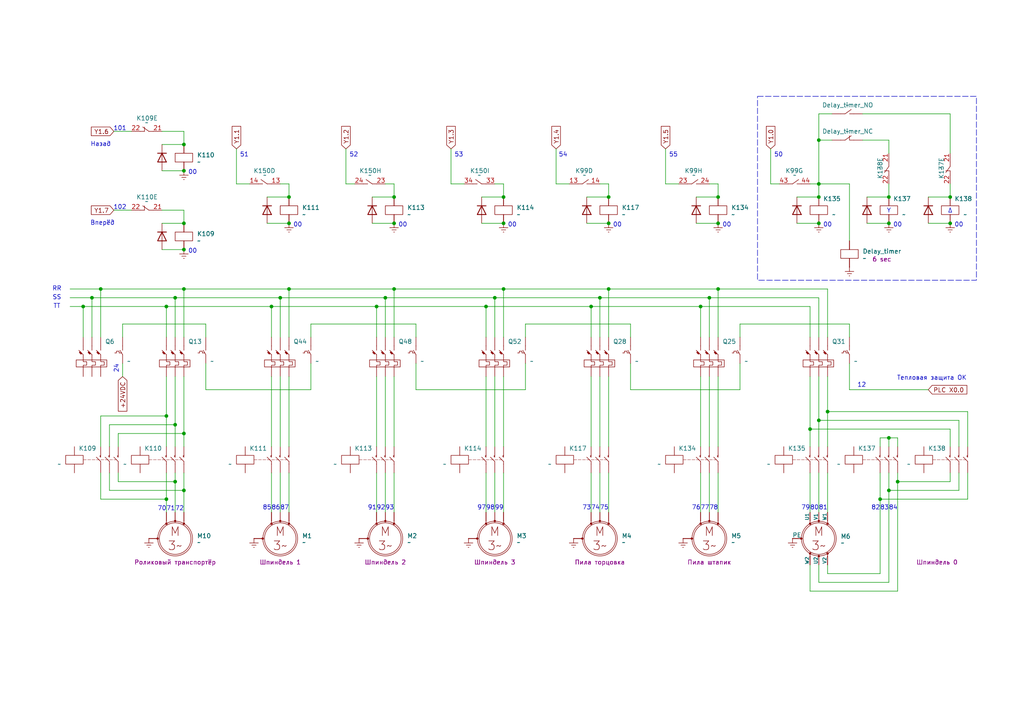
<source format=kicad_sch>
(kicad_sch (version 20231120) (generator "eeschema") (generator_version "8.0")
  (paper "A4")
  (title_block (title "Okoma") (date "08/2024") (rev "1.0"))
  (lib_symbols
    (symbol "001:Button NO" (pin_numbers hide) (pin_names (offset 0) hide)
      (property "Reference" "S" (at -0.508 0.762 0))
      (symbol "Button NO_0_1"
        (polyline (pts (xy -2.54 -2.54) (xy -1.27 -2.54)))
        (polyline (pts (xy -1.27 -2.54) (xy 0.508 -1.27)))
        (polyline (pts (xy 1.27 -2.54) (xy 0 -2.54)))
      )
      (symbol "Button NO_1_1"
        (pin bidirectional line (at -5.08 -2.54 0) (length 2.54) (name "") (number "1"))
        (pin bidirectional line (at 3.81 -2.54 180) (length 2.54) (name "") (number "2"))
      )
    )
    (symbol "001:Button_NC" (pin_numbers hide) (pin_names (offset 0) hide)
      (property "Reference" "S" (at -0.508 0.762 0))
      (symbol "Button_NC_0_1"
        (polyline (pts (xy -2.54 -2.54) (xy -1.27 -2.54)))
        (polyline (pts (xy -1.27 -2.54) (xy 0.508 -1.27)))
        (polyline (pts (xy 1.27 -2.54) (xy 0 -2.54) (xy 0 -1.27)))
      )
      (symbol "Button_NC_1_1"
        (pin bidirectional line (at -5.08 -2.54 0) (length 2.54) (name "") (number "1"))
        (pin bidirectional line (at 3.81 -2.54 180) (length 2.54) (name "") (number "2"))
      )
    )
    (symbol "001:Circuit_Breaker_RST+NO" (pin_numbers hide) (pin_names (offset 0) hide)
      (property "Reference" "QF" (at -2.54 0 0))
      (symbol "Circuit_Breaker_RST+NO_0_1"
        (rectangle (start -2.032 -2.794) (end 6.858 -4.826))
        (polyline (pts (xy 0 -1.27) (xy -1.27 0)))
        (polyline (pts (xy 0 1.27) (xy 0 0)))
        (polyline (pts (xy 2.54 -1.27) (xy 1.27 0)))
        (polyline (pts (xy 2.54 1.27) (xy 2.54 0)))
        (polyline (pts (xy 5.08 -1.27) (xy 3.81 0)))
        (polyline (pts (xy 5.08 1.27) (xy 5.08 0)))
        (polyline (pts (xy 11.43 -1.27) (xy 10.668 0)))
        (polyline (pts (xy 11.43 1.27) (xy 11.43 0)))
        (polyline (pts (xy -0.889 -0.381) (xy -1.143 -0.635) (xy -0.635 -1.143) (xy -0.381 -0.889) (xy -0.889 -0.381)) (fill (type outline)))
        (polyline (pts (xy 1.651 -0.381) (xy 1.397 -0.635) (xy 1.905 -1.143) (xy 2.159 -0.889) (xy 1.651 -0.381)) (fill (type outline)))
        (polyline (pts (xy 4.191 -0.381) (xy 3.937 -0.635) (xy 4.445 -1.143) (xy 4.699 -0.889) (xy 4.191 -0.381)) (fill (type outline)))
        (polyline (pts (xy 0 -1.27) (xy 0 -3.302) (xy 1.016 -3.302) (xy 1.016 -4.318) (xy 0 -4.318) (xy 0 -5.08)))
        (polyline (pts (xy 2.54 -1.27) (xy 2.54 -3.302) (xy 3.556 -3.302) (xy 3.556 -4.318) (xy 2.54 -4.318) (xy 2.54 -5.08)))
        (polyline (pts (xy 5.08 -1.27) (xy 5.08 -3.302) (xy 6.096 -3.302) (xy 6.096 -4.318) (xy 5.08 -4.318) (xy 5.08 -5.08)))
        (polyline (pts (xy 11.176 -0.762) (xy 10.414 -0.762) (xy 10.414 -0.254) (xy 9.652 -0.254) (xy 9.652 -0.762) (xy 9.144 -0.762)))
      )
      (symbol "Circuit_Breaker_RST+NO_1_1"
        (pin bidirectional line (at 0 3.81 270) (length 2.54) (name "") (number "1"))
        (pin bidirectional line (at 2.54 3.81 270) (length 2.54) (name "") (number "1"))
        (pin bidirectional line (at 5.08 3.81 270) (length 2.54) (name "") (number "1"))
        (pin bidirectional line (at 11.43 3.81 270) (length 2.54) (name "") (number "1"))
        (pin bidirectional line (at 0 -7.62 90) (length 2.54) (name "") (number "2"))
        (pin bidirectional line (at 2.54 -7.62 90) (length 2.54) (name "") (number "2"))
        (pin bidirectional line (at 5.08 -7.62 90) (length 2.54) (name "") (number "2"))
        (pin bidirectional line (at 11.43 -3.81 90) (length 2.54) (name "") (number "2"))
      )
    )
    (symbol "001:Contactor_RST" (pin_numbers hide) (pin_names (offset 0) hide)
      (property "Reference" "KM" (at -5.08 2.54 0))
      (symbol "Contactor_RST_0_1"
        (rectangle (start -10.16 1.27) (end -5.08 -1.27))
        (polyline (pts (xy -5.08 0) (xy 4.572 0)) (stroke (width 0.0762) (type dash)))
        (polyline (pts (xy 0 -1.27) (xy 0 -0.508)))
        (polyline (pts (xy 0 -0.508) (xy -1.27 0.762)))
        (polyline (pts (xy 0 1.27) (xy 0 0.762)))
        (polyline (pts (xy 2.54 -1.27) (xy 2.54 -0.508)))
        (polyline (pts (xy 2.54 -0.508) (xy 1.27 0.762)))
        (polyline (pts (xy 2.54 1.27) (xy 2.54 0.762)))
        (polyline (pts (xy 5.08 -1.27) (xy 5.08 -0.508)))
        (polyline (pts (xy 5.08 -0.508) (xy 3.81 0.762)))
        (polyline (pts (xy 5.08 1.27) (xy 5.08 0.762)))
        (arc (start 0.0011 1.2382) (mid -0.2222 1.016) (end 0.0011 0.7937))
        (arc (start 2.5411 1.2382) (mid 2.3178 1.016) (end 2.5411 0.7937))
        (arc (start 5.0811 1.2382) (mid 4.8578 1.016) (end 5.0811 0.7937))
      )
      (symbol "Contactor_RST_1_1"
        (pin bidirectional line (at -7.62 -3.81 90) (length 2.54) (name "") (number ""))
        (pin bidirectional line (at -7.62 3.81 270) (length 2.54) (name "") (number ""))
        (pin bidirectional line (at 0 3.81 270) (length 2.54) (name "") (number "1"))
        (pin bidirectional line (at 2.54 3.81 270) (length 2.54) (name "") (number "1"))
        (pin bidirectional line (at 5.08 3.81 270) (length 2.54) (name "") (number "1"))
        (pin bidirectional line (at 0 -3.81 90) (length 2.54) (name "") (number "2"))
        (pin bidirectional line (at 2.54 -3.81 90) (length 2.54) (name "") (number "2"))
        (pin bidirectional line (at 5.08 -3.81 90) (length 2.54) (name "") (number "2"))
      )
    )
    (symbol "001:K_Contact" (pin_names (offset 0))
      (property "Reference" "K" (at 0 0 0))
      (symbol "K_Contact_0_1"
        (polyline (pts (xy -2.54 -2.54) (xy -1.27 -2.54)))
        (polyline (pts (xy -1.27 -2.54) (xy 0.508 -1.27)))
        (polyline (pts (xy 1.27 -2.54) (xy 0 -2.54)))
      )
      (symbol "K_Contact_1_1"
        (pin bidirectional line (at -5.08 -2.54 0) (length 2.54) (name "") (number "1"))
        (pin bidirectional line (at 3.81 -2.54 180) (length 2.54) (name "") (number "2"))
      )
      (symbol "K_Contact_2_1"
        (pin bidirectional line (at -5.08 -2.54 0) (length 2.54) (name "") (number "3"))
        (pin bidirectional line (at 3.81 -2.54 180) (length 2.54) (name "") (number "4"))
      )
      (symbol "K_Contact_3_1"
        (pin bidirectional line (at -5.08 -2.54 0) (length 2.54) (name "") (number "5"))
        (pin bidirectional line (at 3.81 -2.54 180) (length 2.54) (name "") (number "6"))
      )
      (symbol "K_Contact_4_1"
        (pin bidirectional line (at -5.08 -2.54 0) (length 2.54) (name "") (number "13"))
        (pin bidirectional line (at 3.81 -2.54 180) (length 2.54) (name "") (number "14"))
      )
      (symbol "K_Contact_5_1"
        (polyline (pts (xy 0 -2.54) (xy 0 -1.27)))
        (pin bidirectional line (at -5.08 -2.54 0) (length 2.54) (name "") (number "21"))
        (pin bidirectional line (at 3.81 -2.54 180) (length 2.54) (name "") (number "22"))
      )
      (symbol "K_Contact_6_1"
        (polyline (pts (xy 0 -2.54) (xy 0 -1.27)))
        (pin bidirectional line (at -5.08 -2.54 0) (length 2.54) (name "") (number "31"))
        (pin bidirectional line (at 3.81 -2.54 180) (length 2.54) (name "") (number "32"))
      )
      (symbol "K_Contact_7_1"
        (pin bidirectional line (at -5.08 -2.54 0) (length 2.54) (name "") (number "43"))
        (pin bidirectional line (at 3.81 -2.54 180) (length 2.54) (name "") (number "44"))
      )
    )
    (symbol "001:K_Relay"
      (property "Reference" "K" (at 0 0 0))
      (symbol "K_Relay_0_1"
        (rectangle (start -2.54 1.27) (end 2.54 -1.27))
      )
      (symbol "K_Relay_1_1"
        (pin bidirectional line (at 0 -3.81 90) (length 2.54) (name "") (number ""))
        (pin bidirectional line (at 0 3.81 270) (length 2.54) (name "") (number ""))
      )
    )
    (symbol "001:Motor_asynch 3 wires" (pin_numbers hide) (pin_names (offset 0) hide)
      (property "Reference" "M" (at -7.62 6.35 0))
      (symbol "Motor_asynch 3 wires_0_1"
        (circle (center -5.08 0) (radius 0.254) (fill (type outline)))
        (circle (center -2.54 4.318) (radius 0.0001))
        (circle (center -2.54 4.318) (radius 0.254) (fill (type outline)))
        (polyline (pts (xy -2.54 5.08) (xy -2.54 4.318)))
        (polyline (pts (xy 2.54 5.08) (xy 2.54 4.318)))
        (circle (center 0 0) (radius 4.5791))
        (circle (center 0 0) (radius 5.0418))
        (circle (center 0 5.08) (radius 0.254) (fill (type outline)))
        (circle (center 2.54 4.318) (radius 0.254) (fill (type outline)))
      )
      (symbol "Motor_asynch 3 wires_1_1"
        (text "M\n3~" (at 0 0 0) (effects (font (size 2.54 2.54))))
        (pin bidirectional line (at -7.62 0 0) (length 2.54) (name "") (number "1"))
        (pin bidirectional line (at -2.54 7.62 270) (length 2.54) (name "") (number "1"))
        (pin bidirectional line (at 0 7.62 270) (length 2.54) (name "") (number "1"))
        (pin bidirectional line (at 2.54 7.62 270) (length 2.54) (name "") (number "1"))
      )
    )
    (symbol "001:Motor_asynch_6_wires" (pin_numbers hide) (pin_names (offset 0))
      (property "Reference" "M" (at -7.62 6.35 0))
      (symbol "Motor_asynch_6_wires_0_1"
        (circle (center -5.08 0) (radius 0.254) (fill (type outline)))
        (circle (center -2.54 -4.318) (radius 0.254) (fill (type outline)))
        (circle (center -2.54 4.318) (radius 0.0001))
        (circle (center -2.54 4.318) (radius 0.254) (fill (type outline)))
        (circle (center 0 -5.08) (radius 0.254) (fill (type outline)))
        (polyline (pts (xy -2.54 -5.334) (xy -2.54 -4.572)))
        (polyline (pts (xy -2.54 5.08) (xy -2.54 4.318)))
        (polyline (pts (xy 2.54 -5.334) (xy 2.54 -4.572)))
        (polyline (pts (xy 2.54 5.08) (xy 2.54 4.318)))
        (circle (center 0 0) (radius 4.5791))
        (circle (center 0 0) (radius 5.0418))
        (circle (center 0 5.08) (radius 0.254) (fill (type outline)))
        (circle (center 2.54 -4.572) (radius 0.0001))
        (circle (center 2.54 -4.318) (radius 0.254) (fill (type outline)))
        (circle (center 2.54 4.318) (radius 0.254) (fill (type outline)))
      )
      (symbol "Motor_asynch_6_wires_1_1"
        (text "M\n3~" (at 0 0 0) (effects (font (size 2.54 2.54))))
        (pin bidirectional line (at -2.54 7.62 270) (length 2.54) (name "U1") (number "1"))
        (pin bidirectional line (at 0 7.62 270) (length 2.54) (name "V1") (number "2"))
        (pin bidirectional line (at 2.54 7.62 270) (length 2.54) (name "W1") (number "3"))
        (pin bidirectional line (at -2.54 -7.62 90) (length 2.54) (name "W2") (number "4"))
        (pin bidirectional line (at 0 -7.62 90) (length 2.54) (name "U2") (number "5"))
        (pin bidirectional line (at 2.54 -7.62 90) (length 2.54) (name "V2") (number "6"))
        (pin bidirectional line (at -7.62 0 0) (length 2.54) (name "PE") (number "7"))
      )
    )
    (symbol "Device:D" (pin_numbers hide) (pin_names (offset 1.016) hide)
      (property "Reference" "D" (at 0 2.54 0))
      (property "Value" "D" (at 0 -2.54 0))
      (symbol "D_0_1"
        (polyline (pts (xy -1.27 1.27) (xy -1.27 -1.27)) (stroke (width 0.254)))
        (polyline (pts (xy 1.27 0) (xy -1.27 0)))
        (polyline (pts (xy 1.27 1.27) (xy 1.27 -1.27) (xy -1.27 0) (xy 1.27 1.27)) (stroke (width 0.254)))
      )
      (symbol "D_1_1"
        (pin passive line (at -3.81 0 0) (length 2.54) (name "K") (number "1"))
        (pin passive line (at 3.81 0 180) (length 2.54) (name "A") (number "2"))
      )
    )
    (symbol "K_Contact_1" (pin_names (offset 0))
      (property "Reference" "K" (at 0 0 0))
      (symbol "K_Contact_1_0_1"
        (polyline (pts (xy -2.54 -2.54) (xy -1.27 -2.54)))
        (polyline (pts (xy -1.27 -2.54) (xy 0.508 -1.27)))
        (polyline (pts (xy 1.27 -2.54) (xy 0 -2.54)))
      )
      (symbol "K_Contact_1_1_1"
        (pin bidirectional line (at -5.08 -2.54 0) (length 2.54) (name "") (number "1"))
        (pin bidirectional line (at 3.81 -2.54 180) (length 2.54) (name "") (number "2"))
      )
      (symbol "K_Contact_1_2_1"
        (pin bidirectional line (at -5.08 -2.54 0) (length 2.54) (name "") (number "3"))
        (pin bidirectional line (at 3.81 -2.54 180) (length 2.54) (name "") (number "4"))
      )
      (symbol "K_Contact_1_3_1"
        (pin bidirectional line (at -5.08 -2.54 0) (length 2.54) (name "") (number "5"))
        (pin bidirectional line (at 3.81 -2.54 180) (length 2.54) (name "") (number "6"))
      )
      (symbol "K_Contact_1_4_1"
        (pin bidirectional line (at -5.08 -2.54 0) (length 2.54) (name "") (number "13"))
        (pin bidirectional line (at 3.81 -2.54 180) (length 2.54) (name "") (number "14"))
      )
      (symbol "K_Contact_1_5_1"
        (polyline (pts (xy 0 -2.54) (xy 0 -1.27)))
        (pin bidirectional line (at -5.08 -2.54 0) (length 2.54) (name "") (number "21"))
        (pin bidirectional line (at 3.81 -2.54 180) (length 2.54) (name "") (number "22"))
      )
      (symbol "K_Contact_1_6_1"
        (polyline (pts (xy 0 -2.54) (xy 0 -1.27)))
        (pin bidirectional line (at -5.08 -2.54 0) (length 2.54) (name "") (number "31"))
        (pin bidirectional line (at 3.81 -2.54 180) (length 2.54) (name "") (number "32"))
      )
      (symbol "K_Contact_1_7_1"
        (pin bidirectional line (at -5.08 -2.54 0) (length 2.54) (name "") (number "43"))
        (pin bidirectional line (at 3.81 -2.54 180) (length 2.54) (name "") (number "44"))
      )
      (symbol "K_Contact_1_8_1"
        (pin bidirectional line (at -5.08 -2.54 0) (length 2.54) (name "") (number "23"))
        (pin bidirectional line (at 3.81 -2.54 180) (length 2.54) (name "") (number "24"))
      )
      (symbol "K_Contact_1_9_1"
        (pin bidirectional line (at -5.08 -2.54 0) (length 2.54) (name "") (number "33"))
        (pin bidirectional line (at 3.81 -2.54 180) (length 2.54) (name "") (number "34"))
      )
    )
    (symbol "K_Contact_2" (pin_names (offset 0))
      (property "Reference" "K" (at 0 0 0))
      (symbol "K_Contact_2_0_1"
        (polyline (pts (xy -2.54 -2.54) (xy -1.27 -2.54)))
        (polyline (pts (xy -1.27 -2.54) (xy 0.508 -1.27)))
        (polyline (pts (xy 1.27 -2.54) (xy 0 -2.54)))
      )
      (symbol "K_Contact_2_1_1"
        (pin bidirectional line (at -5.08 -2.54 0) (length 2.54) (name "") (number "1"))
        (pin bidirectional line (at 3.81 -2.54 180) (length 2.54) (name "") (number "2"))
      )
      (symbol "K_Contact_2_2_1"
        (pin bidirectional line (at -5.08 -2.54 0) (length 2.54) (name "") (number "3"))
        (pin bidirectional line (at 3.81 -2.54 180) (length 2.54) (name "") (number "4"))
      )
      (symbol "K_Contact_2_3_1"
        (pin bidirectional line (at -5.08 -2.54 0) (length 2.54) (name "") (number "5"))
        (pin bidirectional line (at 3.81 -2.54 180) (length 2.54) (name "") (number "6"))
      )
      (symbol "K_Contact_2_4_1"
        (pin bidirectional line (at -5.08 -2.54 0) (length 2.54) (name "") (number "13"))
        (pin bidirectional line (at 3.81 -2.54 180) (length 2.54) (name "") (number "14"))
      )
      (symbol "K_Contact_2_5_1"
        (polyline (pts (xy 0 -2.54) (xy 0 -1.27)))
        (pin bidirectional line (at -5.08 -2.54 0) (length 2.54) (name "") (number "21"))
        (pin bidirectional line (at 3.81 -2.54 180) (length 2.54) (name "") (number "22"))
      )
      (symbol "K_Contact_2_6_1"
        (polyline (pts (xy 0 -2.54) (xy 0 -1.27)))
        (pin bidirectional line (at -5.08 -2.54 0) (length 2.54) (name "") (number "31"))
        (pin bidirectional line (at 3.81 -2.54 180) (length 2.54) (name "") (number "32"))
      )
      (symbol "K_Contact_2_7_1"
        (pin bidirectional line (at -5.08 -2.54 0) (length 2.54) (name "") (number "43"))
        (pin bidirectional line (at 3.81 -2.54 180) (length 2.54) (name "") (number "44"))
      )
      (symbol "K_Contact_2_8_1"
        (pin bidirectional line (at -5.08 -2.54 0) (length 2.54) (name "") (number "23"))
        (pin bidirectional line (at 3.81 -2.54 180) (length 2.54) (name "") (number "24"))
      )
      (symbol "K_Contact_2_9_1"
        (pin bidirectional line (at -5.08 -2.54 0) (length 2.54) (name "") (number "33"))
        (pin bidirectional line (at 3.81 -2.54 180) (length 2.54) (name "") (number "34"))
      )
    )
    (symbol "K_Contact_3" (pin_names (offset 0))
      (property "Reference" "K" (at 0 0 0))
      (symbol "K_Contact_3_0_1"
        (polyline (pts (xy -2.54 -2.54) (xy -1.27 -2.54)))
        (polyline (pts (xy -1.27 -2.54) (xy 0.508 -1.27)))
        (polyline (pts (xy 1.27 -2.54) (xy 0 -2.54)))
      )
      (symbol "K_Contact_3_1_1"
        (pin bidirectional line (at -5.08 -2.54 0) (length 2.54) (name "") (number "1"))
        (pin bidirectional line (at 3.81 -2.54 180) (length 2.54) (name "") (number "2"))
      )
      (symbol "K_Contact_3_2_1"
        (pin bidirectional line (at -5.08 -2.54 0) (length 2.54) (name "") (number "3"))
        (pin bidirectional line (at 3.81 -2.54 180) (length 2.54) (name "") (number "4"))
      )
      (symbol "K_Contact_3_3_1"
        (pin bidirectional line (at -5.08 -2.54 0) (length 2.54) (name "") (number "5"))
        (pin bidirectional line (at 3.81 -2.54 180) (length 2.54) (name "") (number "6"))
      )
      (symbol "K_Contact_3_4_1"
        (pin bidirectional line (at -5.08 -2.54 0) (length 2.54) (name "") (number "13"))
        (pin bidirectional line (at 3.81 -2.54 180) (length 2.54) (name "") (number "14"))
      )
      (symbol "K_Contact_3_5_1"
        (polyline (pts (xy 0 -2.54) (xy 0 -1.27)))
        (pin bidirectional line (at -5.08 -2.54 0) (length 2.54) (name "") (number "21"))
        (pin bidirectional line (at 3.81 -2.54 180) (length 2.54) (name "") (number "22"))
      )
      (symbol "K_Contact_3_6_1"
        (polyline (pts (xy 0 -2.54) (xy 0 -1.27)))
        (pin bidirectional line (at -5.08 -2.54 0) (length 2.54) (name "") (number "31"))
        (pin bidirectional line (at 3.81 -2.54 180) (length 2.54) (name "") (number "32"))
      )
      (symbol "K_Contact_3_7_1"
        (pin bidirectional line (at -5.08 -2.54 0) (length 2.54) (name "") (number "43"))
        (pin bidirectional line (at 3.81 -2.54 180) (length 2.54) (name "") (number "44"))
      )
      (symbol "K_Contact_3_8_1"
        (pin bidirectional line (at -5.08 -2.54 0) (length 2.54) (name "") (number "23"))
        (pin bidirectional line (at 3.81 -2.54 180) (length 2.54) (name "") (number "24"))
      )
      (symbol "K_Contact_3_9_1"
        (pin bidirectional line (at -5.08 -2.54 0) (length 2.54) (name "") (number "33"))
        (pin bidirectional line (at 3.81 -2.54 180) (length 2.54) (name "") (number "34"))
      )
    )
    (symbol "power:Earth" (power) (pin_numbers hide) (pin_names (offset 0) hide)
      (property "Value" "Earth" (at 0 -3.81 0))
      (symbol "Earth_0_1"
        (polyline (pts (xy -0.635 -1.905) (xy 0.635 -1.905)))
        (polyline (pts (xy -0.127 -2.54) (xy 0.127 -2.54)))
        (polyline (pts (xy 0 -1.27) (xy 0 0)))
        (polyline (pts (xy 1.27 -1.27) (xy -1.27 -1.27)))
      )
      (symbol "Earth_1_1"
        (pin power_in line (at 0 0 270) (length 0) (name "~") (number "1"))
      )
    )
  )
  (junction (at 78.74 88.9))
  (junction (at 53.34 72.39))
  (junction (at 53.34 83.82))
  (junction (at 176.53 64.77))
  (junction (at 50.8 139.7))
  (junction (at 275.59 57.15))
  (junction (at 53.34 41.91))
  (junction (at 81.28 86.36))
  (junction (at 29.21 83.82))
  (junction (at 53.34 49.53))
  (junction (at 24.13 88.9))
  (junction (at 171.45 88.9))
  (junction (at 146.05 64.77))
  (junction (at 50.8 123.19))
  (junction (at 257.81 142.24))
  (junction (at 83.82 57.15))
  (junction (at 176.53 57.15))
  (junction (at 50.8 86.36))
  (junction (at 237.49 53.34))
  (junction (at 53.34 142.24))
  (junction (at 208.28 57.15))
  (junction (at 48.26 120.65))
  (junction (at 257.81 64.77))
  (junction (at 140.97 88.9))
  (junction (at 237.49 40.64))
  (junction (at 83.82 83.82))
  (junction (at 260.35 139.7))
  (junction (at 114.3 57.15))
  (junction (at 114.3 64.77))
  (junction (at 48.26 144.78))
  (junction (at 208.28 64.77))
  (junction (at 146.05 83.82))
  (junction (at 203.2 88.9))
  (junction (at 255.27 144.78))
  (junction (at 237.49 121.92))
  (junction (at 176.53 83.82))
  (junction (at 257.81 57.15))
  (junction (at 237.49 64.77))
  (junction (at 146.05 57.15))
  (junction (at 53.34 64.77))
  (junction (at 240.03 119.38))
  (junction (at 143.51 86.36))
  (junction (at 205.74 86.36))
  (junction (at 257.81 127))
  (junction (at 26.67 86.36))
  (junction (at 173.99 86.36))
  (junction (at 234.95 124.46))
  (junction (at 48.26 88.9))
  (junction (at 208.28 83.82))
  (junction (at 109.22 88.9))
  (junction (at 53.34 125.73))
  (junction (at 237.49 57.15))
  (junction (at 83.82 64.77))
  (junction (at 111.76 86.36))
  (junction (at 275.59 64.77))
  (junction (at 114.3 83.82))
  (wire (pts (xy 269.24 64.77) (xy 275.59 64.77)))
  (wire (pts (xy 78.74 88.9) (xy 109.22 88.9)))
  (wire (pts (xy 205.74 109.22) (xy 205.74 129.54)))
  (wire (pts (xy 223.52 53.34) (xy 226.06 53.34)))
  (wire (pts (xy 234.95 88.9) (xy 234.95 97.79)))
  (wire (pts (xy 146.05 83.82) (xy 176.53 83.82)))
  (wire (pts (xy 205.74 97.79) (xy 205.74 86.36)))
  (wire (pts (xy 31.75 129.54) (xy 31.75 123.19)))
  (wire (pts (xy 33.02 38.1) (xy 38.1 38.1)))
  (wire (pts (xy 152.4 113.03) (xy 152.4 105.41)))
  (wire (pts (xy 46.99 64.77) (xy 53.34 64.77)))
  (wire (pts (xy 255.27 166.37) (xy 240.03 166.37)))
  (wire (pts (xy 109.22 137.16) (xy 109.22 148.59)))
  (wire (pts (xy 107.95 64.77) (xy 114.3 64.77)))
  (wire (pts (xy 246.38 93.98) (xy 246.38 97.79)))
  (wire (pts (xy 237.49 40.64) (xy 237.49 53.34)))
  (wire (pts (xy 205.74 53.34) (xy 208.28 53.34)))
  (wire (pts (xy 146.05 83.82) (xy 146.05 97.79)))
  (wire (pts (xy 29.21 120.65) (xy 48.26 120.65)))
  (wire (pts (xy 48.26 109.22) (xy 48.26 120.65)))
  (wire (pts (xy 182.88 93.98) (xy 182.88 97.79)))
  (wire (pts (xy 140.97 109.22) (xy 140.97 129.54)))
  (wire (pts (xy 182.88 113.03) (xy 214.63 113.03)))
  (wire (pts (xy 223.52 43.18) (xy 223.52 53.34)))
  (wire (pts (xy 237.49 168.91) (xy 257.81 168.91)))
  (wire (pts (xy 77.47 57.15) (xy 83.82 57.15)))
  (wire (pts (xy 31.75 142.24) (xy 53.34 142.24)))
  (wire (pts (xy 240.03 119.38) (xy 240.03 129.54)))
  (wire (pts (xy 31.75 137.16) (xy 31.75 142.24)))
  (wire (pts (xy 143.51 109.22) (xy 143.51 129.54)))
  (wire (pts (xy 140.97 88.9) (xy 171.45 88.9)))
  (wire (pts (xy 139.7 64.77) (xy 146.05 64.77)))
  (wire (pts (xy 34.29 129.54) (xy 34.29 125.73)))
  (wire (pts (xy 234.95 53.34) (xy 237.49 53.34)))
  (wire (pts (xy 120.65 113.03) (xy 152.4 113.03)))
  (wire (pts (xy 81.28 109.22) (xy 81.28 129.54)))
  (wire (pts (xy 240.03 137.16) (xy 240.03 148.59)))
  (wire (pts (xy 50.8 109.22) (xy 50.8 123.19)))
  (wire (pts (xy 146.05 109.22) (xy 146.05 129.54)))
  (wire (pts (xy 203.2 88.9) (xy 203.2 97.79)))
  (wire (pts (xy 257.81 137.16) (xy 257.81 142.24)))
  (wire (pts (xy 171.45 88.9) (xy 203.2 88.9)))
  (wire (pts (xy 53.34 38.1) (xy 53.34 41.91)))
  (wire (pts (xy 234.95 171.45) (xy 234.95 163.83)))
  (wire (pts (xy 78.74 137.16) (xy 78.74 148.59)))
  (wire (pts (xy 208.28 83.82) (xy 240.03 83.82)))
  (wire (pts (xy 280.67 137.16) (xy 280.67 144.78)))
  (wire (pts (xy 193.04 43.18) (xy 193.04 53.34)))
  (wire (pts (xy 34.29 139.7) (xy 50.8 139.7)))
  (wire (pts (xy 173.99 53.34) (xy 176.53 53.34)))
  (wire (pts (xy 35.56 97.79) (xy 35.56 93.98)))
  (wire (pts (xy 48.26 88.9) (xy 78.74 88.9)))
  (wire (pts (xy 24.13 88.9) (xy 24.13 97.79)))
  (wire (pts (xy 111.76 86.36) (xy 143.51 86.36)))
  (wire (pts (xy 50.8 86.36) (xy 81.28 86.36)))
  (wire (pts (xy 31.75 123.19) (xy 50.8 123.19)))
  (wire (pts (xy 246.38 69.85) (xy 246.38 53.34)))
  (wire (pts (xy 237.49 163.83) (xy 237.49 168.91)))
  (wire (pts (xy 29.21 83.82) (xy 53.34 83.82)))
  (wire (pts (xy 152.4 97.79) (xy 152.4 93.98)))
  (wire (pts (xy 53.34 125.73) (xy 53.34 129.54)))
  (wire (pts (xy 269.24 57.15) (xy 275.59 57.15)))
  (wire (pts (xy 173.99 109.22) (xy 173.99 129.54)))
  (wire (pts (xy 53.34 142.24) (xy 53.34 148.59)))
  (wire (pts (xy 246.38 53.34) (xy 237.49 53.34)))
  (wire (pts (xy 120.65 105.41) (xy 120.65 113.03)))
  (wire (pts (xy 250.19 40.64) (xy 257.81 40.64)))
  (wire (pts (xy 237.49 53.34) (xy 237.49 57.15)))
  (wire (pts (xy 111.76 109.22) (xy 111.76 129.54)))
  (wire (pts (xy 173.99 86.36) (xy 205.74 86.36)))
  (wire (pts (xy 29.21 144.78) (xy 48.26 144.78)))
  (wire (pts (xy 46.99 72.39) (xy 53.34 72.39)))
  (wire (pts (xy 275.59 129.54) (xy 275.59 124.46)))
  (wire (pts (xy 143.51 86.36) (xy 173.99 86.36)))
  (wire (pts (xy 29.21 83.82) (xy 29.21 97.79)))
  (wire (pts (xy 260.35 139.7) (xy 260.35 171.45)))
  (wire (pts (xy 90.17 97.79) (xy 90.17 93.98)))
  (wire (pts (xy 255.27 144.78) (xy 280.67 144.78)))
  (wire (pts (xy 182.88 105.41) (xy 182.88 113.03)))
  (wire (pts (xy 231.14 57.15) (xy 237.49 57.15)))
  (wire (pts (xy 46.99 49.53) (xy 53.34 49.53)))
  (wire (pts (xy 20.32 88.9) (xy 24.13 88.9)))
  (wire (pts (xy 53.34 83.82) (xy 83.82 83.82)))
  (wire (pts (xy 255.27 137.16) (xy 255.27 144.78)))
  (wire (pts (xy 140.97 137.16) (xy 140.97 148.59)))
  (wire (pts (xy 257.81 142.24) (xy 257.81 168.91)))
  (wire (pts (xy 176.53 109.22) (xy 176.53 129.54)))
  (wire (pts (xy 100.33 43.18) (xy 100.33 53.34)))
  (wire (pts (xy 171.45 109.22) (xy 171.45 129.54)))
  (wire (pts (xy 35.56 93.98) (xy 59.69 93.98)))
  (wire (pts (xy 83.82 83.82) (xy 83.82 97.79)))
  (wire (pts (xy 208.28 53.34) (xy 208.28 57.15)))
  (wire (pts (xy 109.22 88.9) (xy 140.97 88.9)))
  (wire (pts (xy 203.2 137.16) (xy 203.2 148.59)))
  (wire (pts (xy 208.28 83.82) (xy 208.28 97.79)))
  (wire (pts (xy 48.26 120.65) (xy 48.26 129.54)))
  (wire (pts (xy 241.3 40.64) (xy 237.49 40.64)))
  (wire (pts (xy 68.58 43.18) (xy 68.58 53.34)))
  (wire (pts (xy 83.82 109.22) (xy 83.82 129.54)))
  (wire (pts (xy 203.2 109.22) (xy 203.2 129.54)))
  (wire (pts (xy 146.05 53.34) (xy 146.05 57.15)))
  (wire (pts (xy 173.99 137.16) (xy 173.99 148.59)))
  (wire (pts (xy 278.13 121.92) (xy 237.49 121.92)))
  (wire (pts (xy 59.69 93.98) (xy 59.69 97.79)))
  (wire (pts (xy 143.51 53.34) (xy 146.05 53.34)))
  (wire (pts (xy 260.35 139.7) (xy 275.59 139.7)))
  (wire (pts (xy 278.13 137.16) (xy 278.13 142.24)))
  (wire (pts (xy 78.74 109.22) (xy 78.74 129.54)))
  (wire (pts (xy 208.28 109.22) (xy 208.28 129.54)))
  (wire (pts (xy 109.22 88.9) (xy 109.22 97.79)))
  (wire (pts (xy 237.49 121.92) (xy 237.49 129.54)))
  (wire (pts (xy 59.69 113.03) (xy 90.17 113.03)))
  (wire (pts (xy 176.53 53.34) (xy 176.53 57.15)))
  (wire (pts (xy 78.74 88.9) (xy 78.74 97.79)))
  (wire (pts (xy 237.49 33.02) (xy 237.49 40.64)))
  (wire (pts (xy 53.34 109.22) (xy 53.34 125.73)))
  (wire (pts (xy 170.18 64.77) (xy 176.53 64.77)))
  (wire (pts (xy 143.51 137.16) (xy 143.51 148.59)))
  (wire (pts (xy 171.45 137.16) (xy 171.45 148.59)))
  (wire (pts (xy 257.81 127) (xy 260.35 127)))
  (wire (pts (xy 203.2 88.9) (xy 234.95 88.9)))
  (wire (pts (xy 46.99 60.96) (xy 53.34 60.96)))
  (wire (pts (xy 114.3 53.34) (xy 114.3 57.15)))
  (wire (pts (xy 152.4 93.98) (xy 182.88 93.98)))
  (wire (pts (xy 280.67 129.54) (xy 280.67 119.38)))
  (wire (pts (xy 269.24 113.03) (xy 246.38 113.03)))
  (wire (pts (xy 234.95 109.22) (xy 234.95 124.46)))
  (wire (pts (xy 26.67 86.36) (xy 50.8 86.36)))
  (wire (pts (xy 173.99 97.79) (xy 173.99 86.36)))
  (wire (pts (xy 275.59 53.34) (xy 275.59 57.15)))
  (wire (pts (xy 260.35 171.45) (xy 234.95 171.45)))
  (wire (pts (xy 255.27 129.54) (xy 255.27 127)))
  (wire (pts (xy 171.45 88.9) (xy 171.45 97.79)))
  (wire (pts (xy 176.53 83.82) (xy 208.28 83.82)))
  (wire (pts (xy 176.53 83.82) (xy 176.53 97.79)))
  (wire (pts (xy 100.33 53.34) (xy 102.87 53.34)))
  (wire (pts (xy 50.8 86.36) (xy 50.8 97.79)))
  (wire (pts (xy 111.76 53.34) (xy 114.3 53.34)))
  (wire (pts (xy 48.26 144.78) (xy 48.26 148.59)))
  (wire (pts (xy 48.26 88.9) (xy 48.26 97.79)))
  (wire (pts (xy 109.22 109.22) (xy 109.22 129.54)))
  (wire (pts (xy 278.13 142.24) (xy 257.81 142.24)))
  (wire (pts (xy 255.27 127) (xy 257.81 127)))
  (wire (pts (xy 33.02 60.96) (xy 38.1 60.96)))
  (wire (pts (xy 234.95 124.46) (xy 234.95 129.54)))
  (wire (pts (xy 114.3 109.22) (xy 114.3 129.54)))
  (wire (pts (xy 20.32 83.82) (xy 29.21 83.82)))
  (wire (pts (xy 237.49 109.22) (xy 237.49 121.92)))
  (wire (pts (xy 234.95 137.16) (xy 234.95 148.59)))
  (wire (pts (xy 214.63 93.98) (xy 246.38 93.98)))
  (wire (pts (xy 255.27 144.78) (xy 255.27 166.37)))
  (wire (pts (xy 114.3 83.82) (xy 146.05 83.82)))
  (wire (pts (xy 140.97 88.9) (xy 140.97 97.79)))
  (wire (pts (xy 257.81 40.64) (xy 257.81 44.45)))
  (wire (pts (xy 120.65 93.98) (xy 120.65 97.79)))
  (wire (pts (xy 90.17 113.03) (xy 90.17 105.41)))
  (wire (pts (xy 241.3 33.02) (xy 237.49 33.02)))
  (wire (pts (xy 161.29 43.18) (xy 161.29 53.34)))
  (wire (pts (xy 81.28 86.36) (xy 81.28 97.79)))
  (wire (pts (xy 251.46 64.77) (xy 257.81 64.77)))
  (wire (pts (xy 46.99 41.91) (xy 53.34 41.91)))
  (wire (pts (xy 280.67 119.38) (xy 240.03 119.38)))
  (wire (pts (xy 48.26 137.16) (xy 48.26 144.78)))
  (wire (pts (xy 201.93 64.77) (xy 208.28 64.77)))
  (wire (pts (xy 240.03 163.83) (xy 240.03 166.37)))
  (wire (pts (xy 231.14 64.77) (xy 237.49 64.77)))
  (wire (pts (xy 240.03 83.82) (xy 240.03 97.79)))
  (wire (pts (xy 275.59 124.46) (xy 234.95 124.46)))
  (wire (pts (xy 130.81 53.34) (xy 134.62 53.34)))
  (wire (pts (xy 53.34 60.96) (xy 53.34 64.77)))
  (wire (pts (xy 46.99 38.1) (xy 53.34 38.1)))
  (wire (pts (xy 90.17 93.98) (xy 120.65 93.98)))
  (wire (pts (xy 53.34 83.82) (xy 53.34 97.79)))
  (wire (pts (xy 50.8 137.16) (xy 50.8 139.7)))
  (wire (pts (xy 143.51 86.36) (xy 143.51 97.79)))
  (wire (pts (xy 176.53 137.16) (xy 176.53 148.59)))
  (wire (pts (xy 29.21 137.16) (xy 29.21 144.78)))
  (wire (pts (xy 260.35 129.54) (xy 260.35 127)))
  (wire (pts (xy 214.63 93.98) (xy 214.63 97.79)))
  (wire (pts (xy 257.81 53.34) (xy 257.81 57.15)))
  (wire (pts (xy 257.81 127) (xy 257.81 129.54)))
  (wire (pts (xy 275.59 33.02) (xy 275.59 44.45)))
  (wire (pts (xy 81.28 137.16) (xy 81.28 148.59)))
  (wire (pts (xy 114.3 83.82) (xy 114.3 97.79)))
  (wire (pts (xy 205.74 86.36) (xy 237.49 86.36)))
  (wire (pts (xy 50.8 123.19) (xy 50.8 129.54)))
  (wire (pts (xy 278.13 129.54) (xy 278.13 121.92)))
  (wire (pts (xy 260.35 137.16) (xy 260.35 139.7)))
  (wire (pts (xy 237.49 137.16) (xy 237.49 148.59)))
  (wire (pts (xy 111.76 86.36) (xy 111.76 97.79)))
  (wire (pts (xy 34.29 137.16) (xy 34.29 139.7)))
  (wire (pts (xy 83.82 137.16) (xy 83.82 148.59)))
  (wire (pts (xy 107.95 57.15) (xy 114.3 57.15)))
  (wire (pts (xy 139.7 57.15) (xy 146.05 57.15)))
  (wire (pts (xy 35.56 109.22) (xy 35.56 105.41)))
  (wire (pts (xy 77.47 64.77) (xy 83.82 64.77)))
  (wire (pts (xy 237.49 97.79) (xy 237.49 86.36)))
  (wire (pts (xy 201.93 57.15) (xy 208.28 57.15)))
  (wire (pts (xy 161.29 53.34) (xy 165.1 53.34)))
  (wire (pts (xy 111.76 137.16) (xy 111.76 148.59)))
  (wire (pts (xy 275.59 137.16) (xy 275.59 139.7)))
  (wire (pts (xy 83.82 53.34) (xy 83.82 57.15)))
  (wire (pts (xy 81.28 86.36) (xy 111.76 86.36)))
  (wire (pts (xy 53.34 137.16) (xy 53.34 142.24)))
  (wire (pts (xy 146.05 137.16) (xy 146.05 148.59)))
  (wire (pts (xy 251.46 57.15) (xy 257.81 57.15)))
  (wire (pts (xy 34.29 125.73) (xy 53.34 125.73)))
  (wire (pts (xy 81.28 53.34) (xy 83.82 53.34)))
  (wire (pts (xy 246.38 113.03) (xy 246.38 105.41)))
  (wire (pts (xy 193.04 53.34) (xy 196.85 53.34)))
  (wire (pts (xy 114.3 137.16) (xy 114.3 148.59)))
  (wire (pts (xy 29.21 120.65) (xy 29.21 129.54)))
  (wire (pts (xy 68.58 53.34) (xy 72.39 53.34)))
  (wire (pts (xy 26.67 86.36) (xy 26.67 97.79)))
  (wire (pts (xy 240.03 109.22) (xy 240.03 119.38)))
  (wire (pts (xy 20.32 86.36) (xy 26.67 86.36)))
  (wire (pts (xy 59.69 105.41) (xy 59.69 113.03)))
  (wire (pts (xy 214.63 105.41) (xy 214.63 113.03)))
  (wire (pts (xy 208.28 137.16) (xy 208.28 148.59)))
  (wire (pts (xy 250.19 33.02) (xy 275.59 33.02)))
  (wire (pts (xy 83.82 83.82) (xy 114.3 83.82)))
  (wire (pts (xy 205.74 137.16) (xy 205.74 148.59)))
  (wire (pts (xy 50.8 139.7) (xy 50.8 148.59)))
  (wire (pts (xy 130.81 43.18) (xy 130.81 53.34)))
  (wire (pts (xy 170.18 57.15) (xy 176.53 57.15)))
  (wire (pts (xy 24.13 88.9) (xy 48.26 88.9)))
  (rectangle (start 219.71 27.94) (end 283.21 81.28) (stroke (width 0) (type dash)))
  (text "RR" (at 16.51 83.82 0) (effects (font (size 1.27 1.27))))
  (text "71" (at 49.53 147.574 0) (effects (font (size 1.27 1.27))))
  (text "00" (at 179.07 65.278 0) (effects (font (size 1.27 1.27))))
  (text "97" (at 139.7 147.32 0) (effects (font (size 1.27 1.27))))
  (text "00" (at 55.88 50.038 0) (effects (font (size 1.27 1.27))))
  (text "81" (at 238.76 147.32 0) (effects (font (size 1.27 1.27))))
  (text "00" (at 148.59 65.278 0) (effects (font (size 1.27 1.27))))
  (text "Y" (at 257.81 61.214 0) (effects (font (size 1.27 1.27))))
  (text "85" (at 77.47 147.32 0) (effects (font (size 1.27 1.27))))
  (text "82" (at 254 147.32 0) (effects (font (size 1.27 1.27))))
  (text "SS" (at 16.51 86.36 0) (effects (font (size 1.27 1.27))))
  (text "54" (at 163.322 44.958 0) (effects (font (size 1.27 1.27))))
  (text "TT" (at 16.51 88.9 0) (effects (font (size 1.27 1.27))))
  (text "00" (at 278.13 65.278 0) (effects (font (size 1.27 1.27))))
  (text "83" (at 256.54 147.32 0) (effects (font (size 1.27 1.27))))
  (text "24" (at 33.782 106.934 90) (effects (font (size 1.27 1.27))))
  (text "Тепловая защита OK" (at 270.256 109.728 0) (effects (font (size 1.27 1.27))))
  (text "87" (at 82.55 147.32 0) (effects (font (size 1.27 1.27))))
  (text "98" (at 142.24 147.32 0) (effects (font (size 1.27 1.27))))
  (text "93" (at 113.03 147.32 0) (effects (font (size 1.27 1.27))))
  (text "Δ" (at 275.59 61.214 0) (effects (font (size 1.27 1.27))))
  (text "91" (at 107.95 147.32 0) (effects (font (size 1.27 1.27))))
  (text "77" (at 204.47 147.32 0) (effects (font (size 1.27 1.27))))
  (text "73" (at 170.18 147.32 0) (effects (font (size 1.27 1.27))))
  (text "00" (at 55.88 72.898 0) (effects (font (size 1.27 1.27))))
  (text "55" (at 195.326 44.958 0) (effects (font (size 1.27 1.27))))
  (text "76" (at 201.93 147.32 0) (effects (font (size 1.27 1.27))))
  (text "52" (at 102.616 44.958 0) (effects (font (size 1.27 1.27))))
  (text "92" (at 110.49 147.32 0) (effects (font (size 1.27 1.27))))
  (text "84" (at 259.08 147.32 0) (effects (font (size 1.27 1.27))))
  (text "00" (at 210.82 65.278 0) (effects (font (size 1.27 1.27))))
  (text "~" (at 258.064 60.96 0) (effects (font (size 1.27 1.27))))
  (text "Назад" (at 29.21 41.91 0) (effects (font (size 1.27 1.27))))
  (text "Вперёд" (at 29.718 64.77 0) (effects (font (size 1.27 1.27))))
  (text "79" (at 233.68 147.32 0) (effects (font (size 1.27 1.27))))
  (text "70" (at 46.99 147.574 0) (effects (font (size 1.27 1.27))))
  (text "00" (at 260.35 65.278 0) (effects (font (size 1.27 1.27))))
  (text "102" (at 34.798 60.198 0) (effects (font (size 1.27 1.27))))
  (text "80" (at 236.22 147.32 0) (effects (font (size 1.27 1.27))))
  (text "78" (at 207.01 147.32 0) (effects (font (size 1.27 1.27))))
  (text "00" (at 240.03 65.278 0) (effects (font (size 1.27 1.27))))
  (text "50" (at 225.806 44.958 0) (effects (font (size 1.27 1.27))))
  (text "72" (at 52.07 147.574 0) (effects (font (size 1.27 1.27))))
  (text "53" (at 133.096 44.958 0) (effects (font (size 1.27 1.27))))
  (text "74" (at 172.72 147.32 0) (effects (font (size 1.27 1.27))))
  (text "99" (at 144.78 147.32 0) (effects (font (size 1.27 1.27))))
  (text "101" (at 34.798 37.338 0) (effects (font (size 1.27 1.27))))
  (text "86" (at 80.01 147.32 0) (effects (font (size 1.27 1.27))))
  (text "12" (at 249.936 111.76 0) (effects (font (size 1.27 1.27))))
  (text "51" (at 70.866 44.958 0) (effects (font (size 1.27 1.27))))
  (text "00" (at 86.36 65.278 0) (effects (font (size 1.27 1.27))))
  (text "75" (at 175.26 147.32 0) (effects (font (size 1.27 1.27))))
  (text "00" (at 116.84 65.278 0) (effects (font (size 1.27 1.27))))
  (global_label "+24VDC" (shape input) (at 35.56 109.22 270) (property "Intersheetrefs" "${INTERSHEET_REFS}" (effects (hide yes))))
  (global_label "Y1.6" (shape input) (at 33.02 38.1 180) (property "Intersheetrefs" "${INTERSHEET_REFS}" (effects (hide yes))))
  (global_label "Y1.0" (shape input) (at 223.52 43.18 90) (property "Intersheetrefs" "${INTERSHEET_REFS}" (effects (hide yes))))
  (global_label "Y1.3" (shape input) (at 130.81 43.18 90) (property "Intersheetrefs" "${INTERSHEET_REFS}" (effects (hide yes))))
  (global_label "Y1.7" (shape input) (at 33.02 60.96 180) (property "Intersheetrefs" "${INTERSHEET_REFS}" (effects (hide yes))))
  (global_label "PLC X0.0" (shape input) (at 269.24 113.03 0) (property "Intersheetrefs" "${INTERSHEET_REFS}" (effects (hide yes))))
  (global_label "Y1.2" (shape input) (at 100.33 43.18 90) (property "Intersheetrefs" "${INTERSHEET_REFS}" (effects (hide yes))))
  (global_label "Y1.4" (shape input) (at 161.29 43.18 90) (property "Intersheetrefs" "${INTERSHEET_REFS}" (effects (hide yes))))
  (global_label "Y1.1" (shape input) (at 68.58 43.18 90) (property "Intersheetrefs" "${INTERSHEET_REFS}" (effects (hide yes))))
  (global_label "Y1.5" (shape input) (at 193.04 43.18 90) (property "Intersheetrefs" "${INTERSHEET_REFS}" (effects (hide yes))))
  (symbol (lib_name "K_Contact_2") (lib_id "001:K_Contact") (at 201.93 50.8 0) (unit 8)
    (property "Reference" "K99" (at 201.168 49.53 0))
    (property "Value" "~" (at 201.295 50.8 0))
  )
  (symbol (lib_id "001:K_Relay") (at 246.38 73.66 0) (unit 1)
    (property "Reference" "Delay_timer" (at 250.19 72.898 0) (effects (justify left)))
    (property "Value" "~" (at 250.19 74.93 0) (effects (justify left)))
    (property "Datasheet" "6 sec" (at 255.778 75.184 0))
  )
  (symbol (lib_id "001:Motor_asynch 3 wires") (at 50.8 156.21 0) (unit 1)
    (property "Reference" "M10" (at 57.15 155.4288 0) (effects (justify left)))
    (property "Value" "~" (at 57.15 157.3339 0) (effects (justify left)))
    (property "Description" "Роликовый транспортёр" (at 50.8 163.068 0))
  )
  (symbol (lib_id "001:Contactor_RST") (at 275.59 133.35 0) (unit 1)
    (property "Reference" "K138" (at 274.32 130.048 0) (effects (justify right)))
    (property "Value" "~" (at 264.16 134.62 0) (effects (justify right)))
  )
  (symbol (lib_name "K_Contact_3") (lib_id "001:K_Contact") (at 76.2 50.8 0) (mirror y) (unit 4)
    (property "Reference" "K150" (at 76.708 49.53 0))
    (property "Value" "~" (at 76.835 50.8 0))
  )
  (symbol (lib_name "K_Contact_2") (lib_id "001:K_Contact") (at 231.14 50.8 0) (unit 7)
    (property "Reference" "K99" (at 230.378 49.53 0))
    (property "Value" "~" (at 230.505 50.8 0))
  )
  (symbol (lib_id "001:Button_NC") (at 246.38 38.1 0) (unit 1)
    (property "Reference" "Delay_timer_NC" (at 245.872 38.1 0))
    (property "Value" "~" (at 245.745 38.1 0))
  )
  (symbol (lib_id "power:Earth") (at 176.53 64.77 0) (unit 1)
    (property "Reference" "#PWR018" (effects (hide yes)))
    (property "Value" "Earth" (effects (hide yes)))
    (property "Description" "Power symbol creates a global label with name \"Earth\"" (effects (hide yes)))
  )
  (symbol (lib_id "001:Contactor_RST") (at 109.22 133.35 0) (unit 1)
    (property "Reference" "K113" (at 107.95 130.048 0) (effects (justify right)))
    (property "Value" "~" (at 97.79 134.62 0) (effects (justify right)))
  )
  (symbol (lib_id "power:Earth") (at 135.89 156.21 0) (unit 1)
    (property "Reference" "#PWR08" (effects (hide yes)))
    (property "Value" "Earth" (effects (hide yes)))
    (property "Description" "Power symbol creates a global label with name \"Earth\"" (effects (hide yes)))
  )
  (symbol (lib_id "001:Contactor_RST") (at 78.74 133.35 0) (unit 1)
    (property "Reference" "K111" (at 77.47 130.048 0) (effects (justify right)))
    (property "Value" "~" (at 67.31 134.62 0) (effects (justify right)))
  )
  (symbol (lib_id "power:Earth") (at 237.49 64.77 0) (unit 1)
    (property "Reference" "#PWR019" (effects (hide yes)))
    (property "Value" "Earth" (effects (hide yes)))
    (property "Description" "Power symbol creates a global label with name \"Earth\"" (effects (hide yes)))
  )
  (symbol (lib_id "001:K_Relay") (at 275.59 60.96 0) (unit 1)
    (property "Reference" "K138" (at 276.86 57.658 0) (effects (justify left)))
    (property "Value" "~" (at 279.4 62.23 0) (effects (justify left)))
  )
  (symbol (lib_id "power:Earth") (at 198.12 156.21 0) (unit 1)
    (property "Reference" "#PWR09" (effects (hide yes)))
    (property "Value" "Earth" (effects (hide yes)))
    (property "Description" "Power symbol creates a global label with name \"Earth\"" (effects (hide yes)))
  )
  (symbol (lib_id "power:Earth") (at 43.18 156.21 0) (unit 1)
    (property "Reference" "#PWR05" (effects (hide yes)))
    (property "Value" "Earth" (effects (hide yes)))
    (property "Description" "Power symbol creates a global label with name \"Earth\"" (effects (hide yes)))
  )
  (symbol (lib_id "001:Contactor_RST") (at 48.26 133.35 0) (unit 1)
    (property "Reference" "K110" (at 46.99 130.048 0) (effects (justify right)))
    (property "Value" "~" (at 36.83 134.62 0) (effects (justify right)))
  )
  (symbol (lib_id "power:Earth") (at 275.59 64.77 0) (unit 1)
    (property "Reference" "#PWR021" (effects (hide yes)))
    (property "Value" "Earth" (effects (hide yes)))
    (property "Description" "Power symbol creates a global label with name \"Earth\"" (effects (hide yes)))
  )
  (symbol (lib_id "Device:D") (at 139.7 60.96 270) (unit 1)
    (property "Reference" "D11" (effects (hide yes)))
    (property "Value" "D" (effects (hide yes)))
    (property "Description" "Diode" (effects (hide yes)))
    (property "Sim.Device" "D" (effects (hide yes)))
    (property "Sim.Pins" "1=K 2=A" (effects (hide yes)))
  )
  (symbol (lib_id "Device:D") (at 251.46 60.96 270) (unit 1)
    (property "Reference" "D15" (effects (hide yes)))
    (property "Value" "D" (effects (hide yes)))
    (property "Description" "Diode" (effects (hide yes)))
    (property "Sim.Device" "D" (effects (hide yes)))
    (property "Sim.Pins" "1=K 2=A" (effects (hide yes)))
  )
  (symbol (lib_name "K_Contact_2") (lib_id "001:K_Contact") (at 273.05 49.53 90) (mirror x) (unit 5)
    (property "Reference" "K137" (at 273.05 48.768 0))
    (property "Value" "~" (at 273.05 48.895 0))
  )
  (symbol (lib_name "K_Contact_1") (lib_id "001:K_Contact") (at 138.43 50.8 0) (mirror y) (unit 9)
    (property "Reference" "K150" (at 139.192 49.53 0))
    (property "Value" "~" (at 139.065 50.8 0))
  )
  (symbol (lib_id "power:Earth") (at 229.87 156.21 0) (unit 1)
    (property "Reference" "#PWR011" (effects (hide yes)))
    (property "Value" "Earth" (effects (hide yes)))
    (property "Description" "Power symbol creates a global label with name \"Earth\"" (effects (hide yes)))
  )
  (symbol (lib_id "001:K_Relay") (at 146.05 60.96 0) (unit 1)
    (property "Reference" "K114" (at 149.86 60.198 0) (effects (justify left)))
    (property "Value" "~" (at 149.86 62.23 0) (effects (justify left)))
  )
  (symbol (lib_id "001:K_Relay") (at 257.81 60.96 0) (unit 1)
    (property "Reference" "K137" (at 259.08 57.658 0) (effects (justify left)))
    (property "Value" "~" (at 261.62 62.23 0) (effects (justify left)))
  )
  (symbol (lib_id "001:Button NO") (at 246.38 30.48 0) (unit 1)
    (property "Reference" "Delay_timer_NO" (at 245.872 30.48 0))
    (property "Value" "~" (at 245.745 30.48 0))
  )
  (symbol (lib_id "power:Earth") (at 166.37 156.21 0) (unit 1)
    (property "Reference" "#PWR010" (effects (hide yes)))
    (property "Value" "Earth" (effects (hide yes)))
    (property "Description" "Power symbol creates a global label with name \"Earth\"" (effects (hide yes)))
  )
  (symbol (lib_id "001:Contactor_RST") (at 234.95 133.35 0) (unit 1)
    (property "Reference" "K135" (at 233.68 130.048 0) (effects (justify right)))
    (property "Value" "~" (at 223.52 134.62 0) (effects (justify right)))
  )
  (symbol (lib_id "power:Earth") (at 257.81 64.77 0) (unit 1)
    (property "Reference" "#PWR020" (effects (hide yes)))
    (property "Value" "Earth" (effects (hide yes)))
    (property "Description" "Power symbol creates a global label with name \"Earth\"" (effects (hide yes)))
  )
  (symbol (lib_id "001:K_Relay") (at 176.53 60.96 0) (unit 1)
    (property "Reference" "K117" (at 180.34 60.198 0) (effects (justify left)))
    (property "Value" "~" (at 180.34 62.23 0) (effects (justify left)))
  )
  (symbol (lib_id "Device:D") (at 269.24 60.96 270) (unit 1)
    (property "Reference" "D16" (effects (hide yes)))
    (property "Value" "D" (effects (hide yes)))
    (property "Description" "Diode" (effects (hide yes)))
    (property "Sim.Device" "D" (effects (hide yes)))
    (property "Sim.Pins" "1=K 2=A" (effects (hide yes)))
  )
  (symbol (lib_id "Device:D") (at 201.93 60.96 270) (unit 1)
    (property "Reference" "D12" (effects (hide yes)))
    (property "Value" "D" (effects (hide yes)))
    (property "Description" "Diode" (effects (hide yes)))
    (property "Sim.Device" "D" (effects (hide yes)))
    (property "Sim.Pins" "1=K 2=A" (effects (hide yes)))
  )
  (symbol (lib_id "001:K_Relay") (at 114.3 60.96 0) (unit 1)
    (property "Reference" "K113" (at 118.11 60.198 0) (effects (justify left)))
    (property "Value" "~" (at 118.11 62.23 0) (effects (justify left)))
  )
  (symbol (lib_id "001:K_Relay") (at 53.34 45.72 0) (unit 1)
    (property "Reference" "K110" (at 57.15 44.958 0) (effects (justify left)))
    (property "Value" "~" (at 57.15 46.99 0) (effects (justify left)))
  )
  (symbol (lib_id "001:K_Relay") (at 53.34 68.58 0) (unit 1)
    (property "Reference" "K109" (at 57.15 67.818 0) (effects (justify left)))
    (property "Value" "~" (at 57.15 69.85 0) (effects (justify left)))
  )
  (symbol (lib_id "001:Contactor_RST") (at 255.27 133.35 0) (unit 1)
    (property "Reference" "K137" (at 254 130.048 0) (effects (justify right)))
    (property "Value" "~" (at 243.84 134.62 0) (effects (justify right)))
  )
  (symbol (lib_id "001:Circuit_Breaker_RST+NO") (at 78.74 101.6 0) (unit 1)
    (property "Reference" "Q44" (at 85.09 99.06 0) (effects (justify left)))
    (property "Value" "~" (at 91.44 104.775 0) (effects (justify left)))
  )
  (symbol (lib_id "power:Earth") (at 83.82 64.77 0) (unit 1)
    (property "Reference" "#PWR014" (effects (hide yes)))
    (property "Value" "Earth" (effects (hide yes)))
    (property "Description" "Power symbol creates a global label with name \"Earth\"" (effects (hide yes)))
  )
  (symbol (lib_id "001:Motor_asynch 3 wires") (at 173.99 156.21 0) (unit 1)
    (property "Reference" "M4" (at 180.34 155.4288 0) (effects (justify left)))
    (property "Value" "~" (at 180.34 157.3339 0) (effects (justify left)))
    (property "Description" "Пила торцовка" (at 173.99 163.068 0))
  )
  (symbol (lib_id "Device:D") (at 46.99 68.58 270) (unit 1)
    (property "Reference" "D6" (effects (hide yes)))
    (property "Value" "D" (effects (hide yes)))
    (property "Description" "Diode" (effects (hide yes)))
    (property "Sim.Device" "D" (effects (hide yes)))
    (property "Sim.Pins" "1=K 2=A" (effects (hide yes)))
  )
  (symbol (lib_id "001:K_Relay") (at 83.82 60.96 0) (unit 1)
    (property "Reference" "K111" (at 87.63 60.198 0) (effects (justify left)))
    (property "Value" "~" (at 87.63 62.23 0) (effects (justify left)))
  )
  (symbol (lib_id "001:Circuit_Breaker_RST+NO") (at 234.95 101.6 0) (unit 1)
    (property "Reference" "Q31" (at 241.3 99.06 0) (effects (justify left)))
    (property "Value" "~" (at 247.65 104.775 0) (effects (justify left)))
  )
  (symbol (lib_id "001:Circuit_Breaker_RST+NO") (at 203.2 101.6 0) (unit 1)
    (property "Reference" "Q25" (at 209.55 99.06 0) (effects (justify left)))
    (property "Value" "~" (at 215.9 104.775 0) (effects (justify left)))
  )
  (symbol (lib_id "001:Contactor_RST") (at 140.97 133.35 0) (unit 1)
    (property "Reference" "K114" (at 139.7 130.048 0) (effects (justify right)))
    (property "Value" "~" (at 129.54 134.62 0) (effects (justify right)))
  )
  (symbol (lib_id "001:K_Relay") (at 237.49 60.96 0) (unit 1)
    (property "Reference" "K135" (at 238.76 57.658 0) (effects (justify left)))
    (property "Value" "~" (at 241.3 62.23 0) (effects (justify left)))
  )
  (symbol (lib_id "Device:D") (at 170.18 60.96 270) (unit 1)
    (property "Reference" "D13" (effects (hide yes)))
    (property "Value" "D" (effects (hide yes)))
    (property "Description" "Diode" (effects (hide yes)))
    (property "Sim.Device" "D" (effects (hide yes)))
    (property "Sim.Pins" "1=K 2=A" (effects (hide yes)))
  )
  (symbol (lib_id "001:Circuit_Breaker_RST+NO") (at 171.45 101.6 0) (unit 1)
    (property "Reference" "Q28" (at 177.8 99.06 0) (effects (justify left)))
    (property "Value" "~" (at 184.15 104.775 0) (effects (justify left)))
  )
  (symbol (lib_id "001:Motor_asynch 3 wires") (at 81.28 156.21 0) (unit 1)
    (property "Reference" "M1" (at 87.63 155.4288 0) (effects (justify left)))
    (property "Value" "~" (at 87.63 157.3339 0) (effects (justify left)))
    (property "Description" "Шпиндель 1" (at 81.28 163.068 0))
  )
  (symbol (lib_id "001:Circuit_Breaker_RST+NO") (at 48.26 101.6 0) (unit 1)
    (property "Reference" "Q13" (at 54.61 99.06 0) (effects (justify left)))
    (property "Value" "~" (at 60.96 104.775 0) (effects (justify left)))
  )
  (symbol (lib_name "K_Contact_1") (lib_id "001:K_Contact") (at 106.68 50.8 0) (mirror y) (unit 8)
    (property "Reference" "K150" (at 107.442 49.53 0))
    (property "Value" "~" (at 107.315 50.8 0))
  )
  (symbol (lib_id "Device:D") (at 107.95 60.96 270) (unit 1)
    (property "Reference" "D10" (effects (hide yes)))
    (property "Value" "D" (effects (hide yes)))
    (property "Description" "Diode" (effects (hide yes)))
    (property "Sim.Device" "D" (effects (hide yes)))
    (property "Sim.Pins" "1=K 2=A" (effects (hide yes)))
  )
  (symbol (lib_id "power:Earth") (at 246.38 77.47 0) (unit 1)
    (property "Reference" "#PWR022" (effects (hide yes)))
    (property "Value" "Earth" (effects (hide yes)))
    (property "Description" "Power symbol creates a global label with name \"Earth\"" (effects (hide yes)))
  )
  (symbol (lib_id "Device:D") (at 231.14 60.96 270) (unit 1)
    (property "Reference" "D14" (effects (hide yes)))
    (property "Value" "D" (effects (hide yes)))
    (property "Description" "Diode" (effects (hide yes)))
    (property "Sim.Device" "D" (effects (hide yes)))
    (property "Sim.Pins" "1=K 2=A" (effects (hide yes)))
  )
  (symbol (lib_id "Device:D") (at 46.99 45.72 270) (unit 1)
    (property "Reference" "D5" (effects (hide yes)))
    (property "Value" "D" (effects (hide yes)))
    (property "Description" "Diode" (effects (hide yes)))
    (property "Sim.Device" "D" (effects (hide yes)))
    (property "Sim.Pins" "1=K 2=A" (effects (hide yes)))
  )
  (symbol (lib_id "power:Earth") (at 53.34 72.39 0) (unit 1)
    (property "Reference" "#PWR013" (effects (hide yes)))
    (property "Value" "Earth" (effects (hide yes)))
    (property "Description" "Power symbol creates a global label with name \"Earth\"" (effects (hide yes)))
  )
  (symbol (lib_id "001:K_Contact") (at 41.91 35.56 0) (mirror y) (unit 5)
    (property "Reference" "K109" (at 42.672 34.29 0))
    (property "Value" "~" (at 42.545 35.56 0))
  )
  (symbol (lib_id "power:Earth") (at 146.05 64.77 0) (unit 1)
    (property "Reference" "#PWR016" (effects (hide yes)))
    (property "Value" "Earth" (effects (hide yes)))
    (property "Description" "Power symbol creates a global label with name \"Earth\"" (effects (hide yes)))
  )
  (symbol (lib_id "power:Earth") (at 114.3 64.77 0) (unit 1)
    (property "Reference" "#PWR015" (effects (hide yes)))
    (property "Value" "Earth" (effects (hide yes)))
    (property "Description" "Power symbol creates a global label with name \"Earth\"" (effects (hide yes)))
  )
  (symbol (lib_id "001:Circuit_Breaker_RST+NO") (at 24.13 101.6 0) (unit 1)
    (property "Reference" "Q6" (at 30.48 99.06 0) (effects (justify left)))
    (property "Value" "~" (at 36.83 104.775 0) (effects (justify left)))
  )
  (symbol (lib_id "001:Circuit_Breaker_RST+NO") (at 109.22 101.6 0) (unit 1)
    (property "Reference" "Q48" (at 115.57 99.06 0) (effects (justify left)))
    (property "Value" "~" (at 121.92 104.775 0) (effects (justify left)))
  )
  (symbol (lib_id "001:Motor_asynch 3 wires") (at 205.74 156.21 0) (unit 1)
    (property "Reference" "M5" (at 212.09 155.4288 0) (effects (justify left)))
    (property "Value" "~" (at 212.09 157.3339 0) (effects (justify left)))
    (property "Description" "Пила штапик" (at 205.74 163.068 0))
  )
  (symbol (lib_id "001:Contactor_RST") (at 203.2 133.35 0) (unit 1)
    (property "Reference" "K134" (at 201.93 130.048 0) (effects (justify right)))
    (property "Value" "~" (at 191.77 134.62 0) (effects (justify right)))
  )
  (symbol (lib_name "K_Contact_2") (lib_id "001:K_Contact") (at 170.18 50.8 0) (unit 4)
    (property "Reference" "K99" (at 169.418 49.53 0))
    (property "Value" "~" (at 169.545 50.8 0))
  )
  (symbol (lib_id "001:Contactor_RST") (at 171.45 133.35 0) (unit 1)
    (property "Reference" "K117" (at 170.18 130.048 0) (effects (justify right)))
    (property "Value" "~" (at 160.02 134.62 0) (effects (justify right)))
  )
  (symbol (lib_id "001:K_Relay") (at 208.28 60.96 0) (unit 1)
    (property "Reference" "K134" (at 212.09 60.198 0) (effects (justify left)))
    (property "Value" "~" (at 212.09 62.23 0) (effects (justify left)))
  )
  (symbol (lib_id "001:Motor_asynch 3 wires") (at 111.76 156.21 0) (unit 1)
    (property "Reference" "M2" (at 118.11 155.4288 0) (effects (justify left)))
    (property "Value" "~" (at 118.11 157.3339 0) (effects (justify left)))
    (property "Description" "Шпиндель 2" (at 111.76 163.068 0))
  )
  (symbol (lib_id "Device:D") (at 77.47 60.96 270) (unit 1)
    (property "Reference" "D8" (effects (hide yes)))
    (property "Value" "D" (effects (hide yes)))
    (property "Description" "Diode" (effects (hide yes)))
    (property "Sim.Device" "D" (effects (hide yes)))
    (property "Sim.Pins" "1=K 2=A" (effects (hide yes)))
  )
  (symbol (lib_name "K_Contact_2") (lib_id "001:K_Contact") (at 255.27 49.53 90) (mirror x) (unit 5)
    (property "Reference" "K138" (at 255.27 48.768 0))
    (property "Value" "~" (at 255.27 48.895 0))
  )
  (symbol (lib_id "power:Earth") (at 53.34 49.53 0) (unit 1)
    (property "Reference" "#PWR012" (effects (hide yes)))
    (property "Value" "Earth" (effects (hide yes)))
    (property "Description" "Power symbol creates a global label with name \"Earth\"" (effects (hide yes)))
  )
  (symbol (lib_id "power:Earth") (at 208.28 64.77 0) (unit 1)
    (property "Reference" "#PWR017" (effects (hide yes)))
    (property "Value" "Earth" (effects (hide yes)))
    (property "Description" "Power symbol creates a global label with name \"Earth\"" (effects (hide yes)))
  )
  (symbol (lib_id "001:Circuit_Breaker_RST+NO") (at 140.97 101.6 0) (unit 1)
    (property "Reference" "Q52" (at 147.32 99.06 0) (effects (justify left)))
    (property "Value" "~" (at 153.67 104.775 0) (effects (justify left)))
  )
  (symbol (lib_id "001:Contactor_RST") (at 29.21 133.35 0) (unit 1)
    (property "Reference" "K109" (at 27.94 130.048 0) (effects (justify right)))
    (property "Value" "~" (at 17.78 134.62 0) (effects (justify right)))
  )
  (symbol (lib_id "001:Motor_asynch 3 wires") (at 143.51 156.21 0) (unit 1)
    (property "Reference" "M3" (at 149.86 155.4288 0) (effects (justify left)))
    (property "Value" "~" (at 149.86 157.3339 0) (effects (justify left)))
    (property "Description" "Шпиндель 3" (at 143.51 163.068 0))
  )
  (symbol (lib_id "001:K_Contact") (at 41.91 58.42 0) (mirror y) (unit 5)
    (property "Reference" "K110" (at 42.672 57.15 0))
    (property "Value" "~" (at 42.545 58.42 0))
  )
  (symbol (lib_id "001:Motor_asynch_6_wires") (at 237.49 156.21 0) (unit 1)
    (property "Reference" "M6" (at 243.84 155.5749 0) (effects (justify left)))
    (property "Value" "~" (at 243.84 157.48 0) (effects (justify left)))
    (property "Description" "Шпиндель 0" (at 271.78 163.068 0))
  )
  (symbol (lib_id "power:Earth") (at 104.14 156.21 0) (unit 1)
    (property "Reference" "#PWR07" (effects (hide yes)))
    (property "Value" "Earth" (effects (hide yes)))
    (property "Description" "Power symbol creates a global label with name \"Earth\"" (effects (hide yes)))
  )
  (symbol (lib_id "power:Earth") (at 73.66 156.21 0) (unit 1)
    (property "Reference" "#PWR06" (effects (hide yes)))
    (property "Value" "Earth" (effects (hide yes)))
    (property "Description" "Power symbol creates a global label with name \"Earth\"" (effects (hide yes)))
  )
)
</source>
